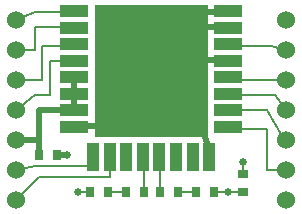
<source format=gtl>
%FSTAX24Y24*%
%MOIN*%
%IN LAYER1.GBR *%
%ADD10C,0.0010*%
%ADD11C,0.0030*%
%ADD12C,0.0080*%
%ADD13C,0.0200*%
%ADD14C,0.0240*%
%ADD15C,0.0250*%
%ADD16C,0.0370*%
%ADD17C,0.0600*%
%ADD18C,0.0720*%
%ADD19R,0.0280X0.0380*%
%ADD20R,0.0380X0.0280*%
%ADD21R,0.0394X0.0965*%
%ADD22R,0.0400X0.0500*%
%ADD23R,0.0500X0.0400*%
%ADD24R,0.0514X0.1085*%
%ADD25R,0.0965X0.0394*%
%ADD26R,0.1085X0.0514*%
D10*X003125Y004812D02*G01Y002625D01*X006875D01*Y007D01*X003125D01*
Y004812D01*G36*G01Y002625D01*X006875D01*Y007D01*X003125D01*Y004812D01*
G37*
%LPC*%
D26*X002441Y006787D03*D24*X003622Y001944D03*X004173D03*X004724D03*
X005276D03*X005827D03*X006378D03*X006929D03*D26*X007559Y002928D03*
Y00348D03*Y004031D03*X002441Y006235D03*X007559Y004582D03*Y005133D03*
Y005684D03*Y006235D03*Y006787D03*X002441Y005684D03*Y005133D03*
Y004582D03*Y004031D03*Y00348D03*Y002928D03*D24*X003071Y001944D03*D18*
X0095Y0015D03*Y0035D03*X0005D03*X0095Y0045D03*Y0005D03*X0005Y0045D03*
X0095Y0065D03*Y0055D03*X0005Y0065D03*Y0015D03*X0095Y0025D03*
X0005Y0005D03*Y0055D03*Y0025D03*D22*X00125Y002D03*X00185D03*D16*
X00805Y00175D03*X00755Y00075D03*D22*X0065D03*X0071D03*D16*X0022Y002D03*
D23*X00805Y000775D03*Y001375D03*D22*X00415Y00075D03*X00475D03*X0053D03*
X0059D03*D16*X00255D03*D22*X00295D03*X00355D03*D13*X00325Y00295D02*
G01X00275D01*X00675Y0027D02*X0069Y0023D01*X0068Y00675D02*X00715D01*
X0068Y00625D02*X0072D01*X0068Y00515D02*X0072D01*X002441Y004582D02*
Y00348D01*D14*X002125Y00675D02*X001125D01*X0005Y0065D01*
X002125Y00625D02*X001125D01*Y0055D01*X0005D01*X00225Y005625D02*
X001375D01*Y0045D01*X0005D01*X002125Y005125D02*X001625D01*Y004D01*
X001125D01*X0005Y0035D01*D13*Y0025D02*X00125D01*Y0035D01*X002125D01*
D14*X003Y001625D02*X001125D01*X0005Y0015D01*X00125Y00125D02*
X0005Y0005D01*X00125Y00125D02*X003625D01*X003622Y001944D01*
X0095Y0045D02*X007875D01*X0095Y0035D02*X009125Y004D01*X007875D01*
X009375Y002625D02*X008875Y0035D01*X007875D01*X008875Y002875D02*X008D01*
X008875Y0015D02*Y002875D01*X0095Y0015D02*X008875D01*X0095Y0055D02*
X009Y005625D01*X007875D01*X00805Y00175D02*Y001375D01*X00755Y00075D02*
X0071D01*X00755D02*X00805D01*D13*X00125Y00255D02*Y0021D01*X0022Y002D02*
X00185D01*D14*X00475Y00075D02*Y00185D01*X0053Y00075D02*Y0018D01*
X00255Y00075D02*X00295D01*X0042D02*X00355D01*X0065D02*X0059D01*
%LPD*%
D25*X002441Y006787D03*D21*X003622Y001944D03*X004173D03*X004724D03*
X005276D03*X005827D03*X006378D03*X006929D03*D25*X007559Y002928D03*
Y00348D03*Y004031D03*X002441Y006235D03*X007559Y004582D03*Y005133D03*
Y005684D03*Y006235D03*Y006787D03*X002441Y005684D03*Y005133D03*
Y004582D03*Y004031D03*Y00348D03*Y002928D03*D21*X003071Y001944D03*D17*
X0095Y0015D03*Y0035D03*X0005D03*X0095Y0045D03*Y0005D03*X0005Y0045D03*
X0095Y0065D03*Y0055D03*X0005Y0065D03*Y0015D03*X0095Y0025D03*
X0005Y0005D03*Y0055D03*Y0025D03*D19*X00125Y002D03*X00185D03*D15*
X00805Y00175D03*X00755Y00075D03*D19*X0065D03*X0071D03*D15*X0022Y002D03*
D20*X00805Y000775D03*Y001375D03*D19*X00415Y00075D03*X00475D03*X0053D03*
X0059D03*D15*X00255D03*D19*X00295D03*X00355D03*D13*X00325Y00295D02*
X00275D01*X00675Y0027D02*X0069Y0023D01*X0068Y00675D02*X00715D01*
X0068Y00625D02*X0072D01*X0068Y00515D02*X0072D01*X002441Y004582D02*
Y00348D01*D12*X002125Y00675D02*X001125D01*X0005Y0065D01*
X002125Y00625D02*X001125D01*Y0055D01*X0005D01*X00225Y005625D02*
X001375D01*Y0045D01*X0005D01*X002125Y005125D02*X001625D01*Y004D01*
X001125D01*X0005Y0035D01*D13*Y0025D02*X00125D01*Y0035D01*X002125D01*
D12*X003Y001625D02*X001125D01*X0005Y0015D01*X00125Y00125D02*
X0005Y0005D01*X00125Y00125D02*X003625D01*X003622Y001944D01*
X0095Y0045D02*X007875D01*X0095Y0035D02*X009125Y004D01*X007875D01*
X009375Y002625D02*X008875Y0035D01*X007875D01*X008875Y002875D02*X008D01*
X008875Y0015D02*Y002875D01*X0095Y0015D02*X008875D01*X0095Y0055D02*
X009Y005625D01*X007875D01*X00805Y00175D02*Y001375D01*X00755Y00075D02*
X0071D01*X00755D02*X00805D01*D13*X00125Y00255D02*Y0021D01*X0022Y002D02*
X00185D01*D12*X00475Y00075D02*Y00185D01*X0053Y00075D02*Y0018D01*
X00255Y00075D02*X00295D01*X0042D02*X00355D01*X0065D02*X0059D01*
M02*
</source>
